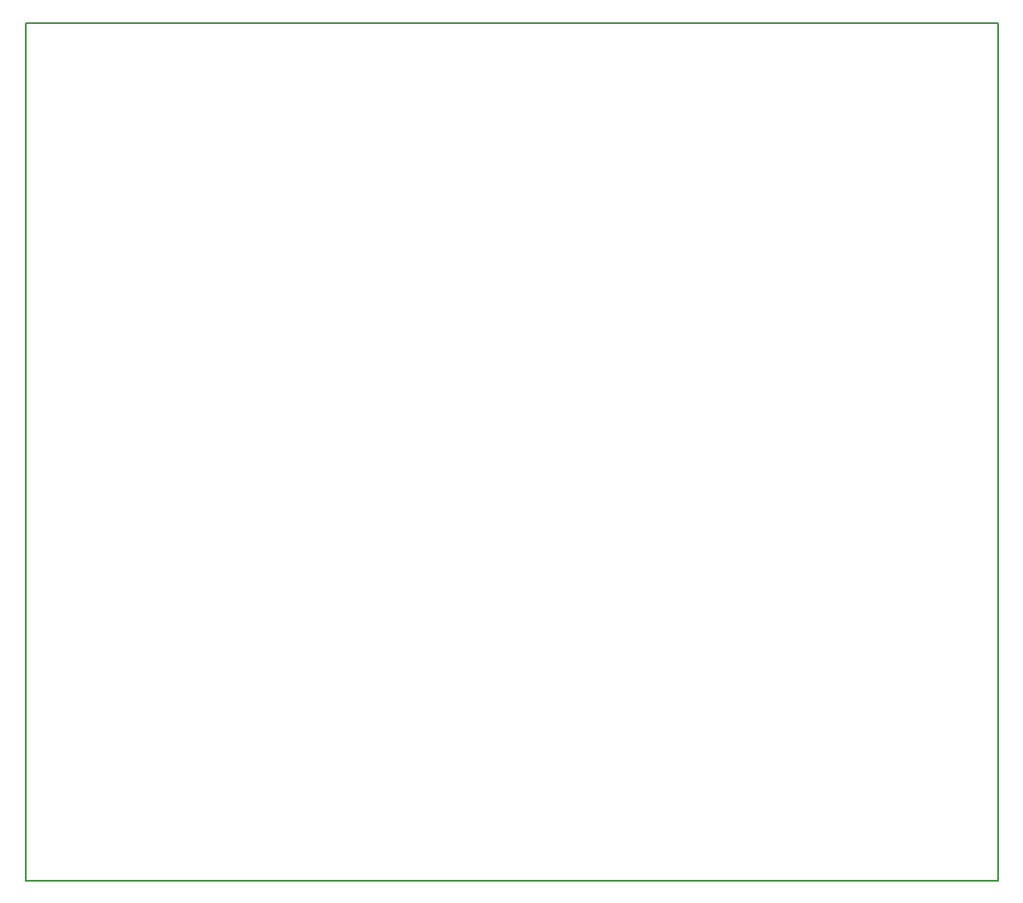
<source format=gbr>
G04 (created by PCBNEW-RS274X (2011-03-30 BZR 2932)-stable) date 11/06/2011 13:06:09*
G01*
G70*
G90*
%MOIN*%
G04 Gerber Fmt 3.4, Leading zero omitted, Abs format*
%FSLAX34Y34*%
G04 APERTURE LIST*
%ADD10C,0.006000*%
%ADD11C,0.007900*%
G04 APERTURE END LIST*
G54D10*
G54D11*
X60480Y-75315D02*
X60480Y-43180D01*
X96945Y-75315D02*
X60480Y-75315D01*
X96945Y-43180D02*
X96945Y-75315D01*
X60480Y-43180D02*
X96945Y-43180D01*
M02*

</source>
